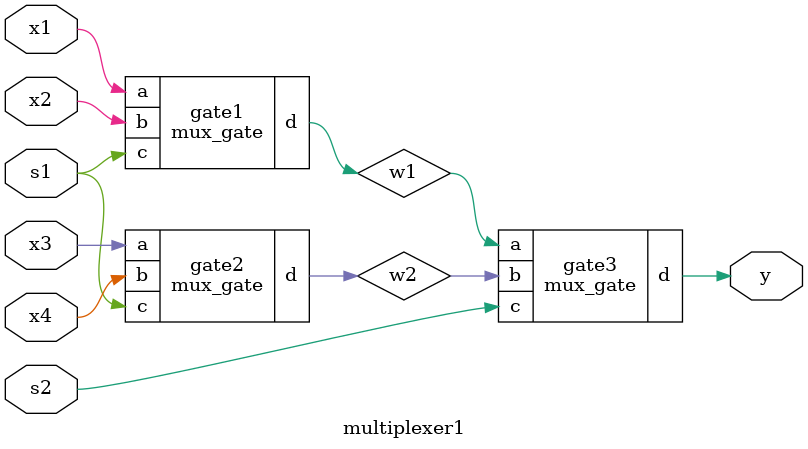
<source format=v>
`timescale 1ns / 1ps
/*
module and_gate( a,  b, c);
     input a, b;
     output c;
     assign c = a & b;
endmodule

module not_gate( a,  b);
     input a;
     output b;
     assign b = ~ a;
endmodule

module mux_gate(a, b, c, d);
     output d;
     input a, b, c;
     wire w1, w2, w3;
     and_gate u1(w1, b, c);
     not_gate u2(w2, c);
     and_gate u3(w3, a, w2);
     or_gate u4(d, w1, w3);
endmodule
*/

module mux_gate(input a, b, c, output d);
     wire w1, w2, w3;
     and u1(w1, b, c);
     not u2(w2, c);
     and u3(w3, a, w2);
     or u4(d, w1, w3);
endmodule 

module multiplexer1(input x1,x2,x3,x4, s1, s2, output y);
    wire w1, w2;
     mux_gate gate1 (.a(x1), .b(x2), .c(s1), .d(w1));
     mux_gate gate2 (.a(x3), .b(x4), .c(s1), .d(w2));
     mux_gate gate3 (.a(w1), .b(w2), .c(s2), .d(y));
endmodule

</source>
